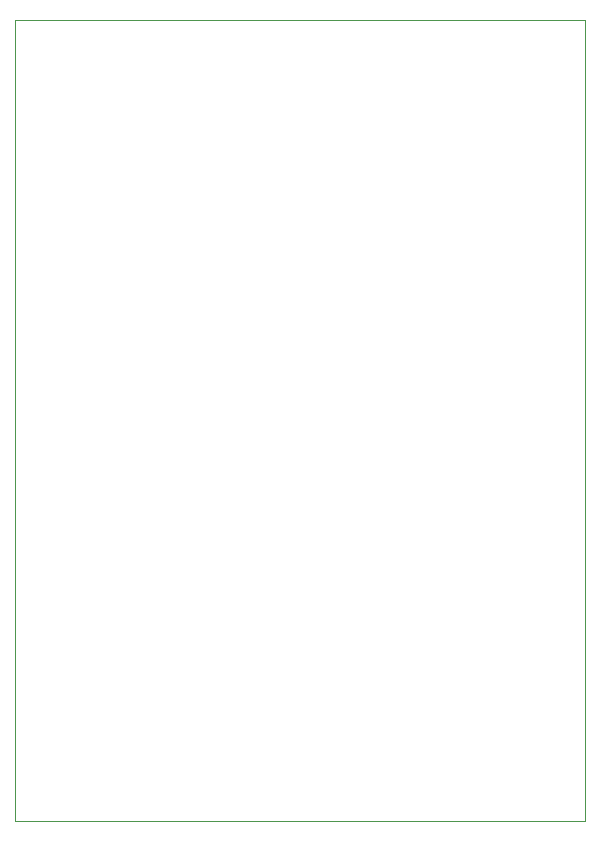
<source format=gbr>
%TF.GenerationSoftware,KiCad,Pcbnew,(5.1.2)-2*%
%TF.CreationDate,2020-09-07T08:08:20+07:00*%
%TF.ProjectId,ai-hw-elec,61692d68-772d-4656-9c65-632e6b696361,rev?*%
%TF.SameCoordinates,Original*%
%TF.FileFunction,Profile,NP*%
%FSLAX46Y46*%
G04 Gerber Fmt 4.6, Leading zero omitted, Abs format (unit mm)*
G04 Created by KiCad (PCBNEW (5.1.2)-2) date 2020-09-07 08:08:20*
%MOMM*%
%LPD*%
G04 APERTURE LIST*
%ADD10C,0.050000*%
G04 APERTURE END LIST*
D10*
X102080000Y-122936000D02*
X150368000Y-122936000D01*
X102080000Y-55118000D02*
X102080000Y-122936000D01*
X150368000Y-55118000D02*
X102080000Y-55118000D01*
X150368000Y-122936000D02*
X150368000Y-55118000D01*
M02*

</source>
